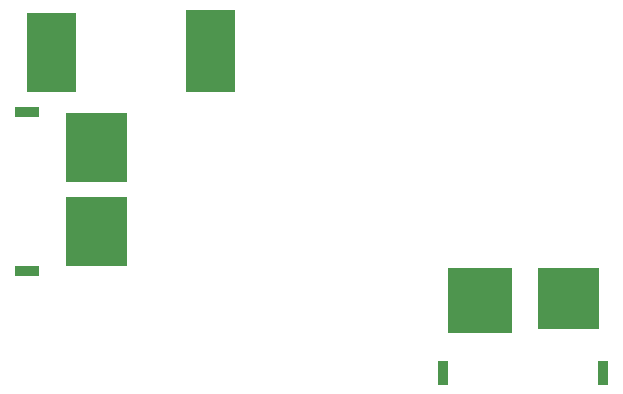
<source format=gbr>
%TF.GenerationSoftware,KiCad,Pcbnew,8.0.3*%
%TF.CreationDate,2024-07-18T08:28:15+09:00*%
%TF.ProjectId,DCDC_24to12,44434443-5f32-4347-946f-31322e6b6963,rev?*%
%TF.SameCoordinates,Original*%
%TF.FileFunction,Soldermask,Bot*%
%TF.FilePolarity,Negative*%
%FSLAX46Y46*%
G04 Gerber Fmt 4.6, Leading zero omitted, Abs format (unit mm)*
G04 Created by KiCad (PCBNEW 8.0.3) date 2024-07-18 08:28:15*
%MOMM*%
%LPD*%
G01*
G04 APERTURE LIST*
G04 Aperture macros list*
%AMRoundRect*
0 Rectangle with rounded corners*
0 $1 Rounding radius*
0 $2 $3 $4 $5 $6 $7 $8 $9 X,Y pos of 4 corners*
0 Add a 4 corners polygon primitive as box body*
4,1,4,$2,$3,$4,$5,$6,$7,$8,$9,$2,$3,0*
0 Add four circle primitives for the rounded corners*
1,1,$1+$1,$2,$3*
1,1,$1+$1,$4,$5*
1,1,$1+$1,$6,$7*
1,1,$1+$1,$8,$9*
0 Add four rect primitives between the rounded corners*
20,1,$1+$1,$2,$3,$4,$5,0*
20,1,$1+$1,$4,$5,$6,$7,0*
20,1,$1+$1,$6,$7,$8,$9,0*
20,1,$1+$1,$8,$9,$2,$3,0*%
G04 Aperture macros list end*
%ADD10C,0.100000*%
%ADD11R,2.000000X0.900000*%
%ADD12RoundRect,1.025000X1.025000X-1.025000X1.025000X1.025000X-1.025000X1.025000X-1.025000X-1.025000X0*%
%ADD13C,4.100000*%
%ADD14RoundRect,1.025000X1.025000X1.025000X-1.025000X1.025000X-1.025000X-1.025000X1.025000X-1.025000X0*%
%ADD15R,0.900000X2.000000*%
%ADD16C,2.604000*%
G04 APERTURE END LIST*
D10*
X109855000Y-64770000D02*
X115189000Y-64770000D01*
X115189000Y-70231000D01*
X109855000Y-70231000D01*
X109855000Y-64770000D01*
G36*
X109855000Y-64770000D02*
G01*
X115189000Y-64770000D01*
X115189000Y-70231000D01*
X109855000Y-70231000D01*
X109855000Y-64770000D01*
G37*
X74168000Y-43180000D02*
X78232000Y-43180000D01*
X78232000Y-49784000D01*
X74168000Y-49784000D01*
X74168000Y-43180000D01*
G36*
X74168000Y-43180000D02*
G01*
X78232000Y-43180000D01*
X78232000Y-49784000D01*
X74168000Y-49784000D01*
X74168000Y-43180000D01*
G37*
X117475000Y-64770000D02*
X122555000Y-64770000D01*
X122555000Y-69850000D01*
X117475000Y-69850000D01*
X117475000Y-64770000D01*
G36*
X117475000Y-64770000D02*
G01*
X122555000Y-64770000D01*
X122555000Y-69850000D01*
X117475000Y-69850000D01*
X117475000Y-64770000D01*
G37*
X77470000Y-51689000D02*
X82550000Y-51689000D01*
X82550000Y-57404000D01*
X77470000Y-57404000D01*
X77470000Y-51689000D01*
G36*
X77470000Y-51689000D02*
G01*
X82550000Y-51689000D01*
X82550000Y-57404000D01*
X77470000Y-57404000D01*
X77470000Y-51689000D01*
G37*
X87630000Y-42926000D02*
X91694000Y-42926000D01*
X91694000Y-49784000D01*
X87630000Y-49784000D01*
X87630000Y-42926000D01*
G36*
X87630000Y-42926000D02*
G01*
X91694000Y-42926000D01*
X91694000Y-49784000D01*
X87630000Y-49784000D01*
X87630000Y-42926000D01*
G37*
X77470000Y-58801000D02*
X82550000Y-58801000D01*
X82550000Y-64516000D01*
X77470000Y-64516000D01*
X77470000Y-58801000D01*
G36*
X77470000Y-58801000D02*
G01*
X82550000Y-58801000D01*
X82550000Y-64516000D01*
X77470000Y-64516000D01*
X77470000Y-58801000D01*
G37*
D11*
%TO.C,J1*%
X74175000Y-65062000D03*
X74175000Y-51562000D03*
D12*
X80175000Y-61912000D03*
D13*
X80175000Y-54712000D03*
%TD*%
%TO.C,J2*%
X119805000Y-67645000D03*
D14*
X112605000Y-67645000D03*
D15*
X109455000Y-73645000D03*
X122955000Y-73645000D03*
%TD*%
D16*
%TO.C,F1*%
X89670000Y-48055000D03*
X89670000Y-44655000D03*
X76200000Y-48055000D03*
X76200000Y-44655000D03*
%TD*%
M02*

</source>
